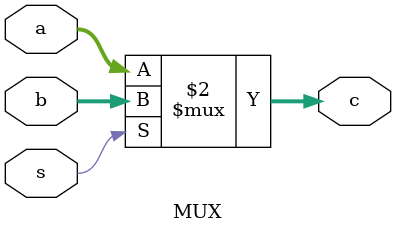
<source format=v>
module MUX(a, b, s, c);
input [31:0] a, b;
input s;
output [31:0] c;

assign c = (~s) ? a : b;

endmodule
</source>
